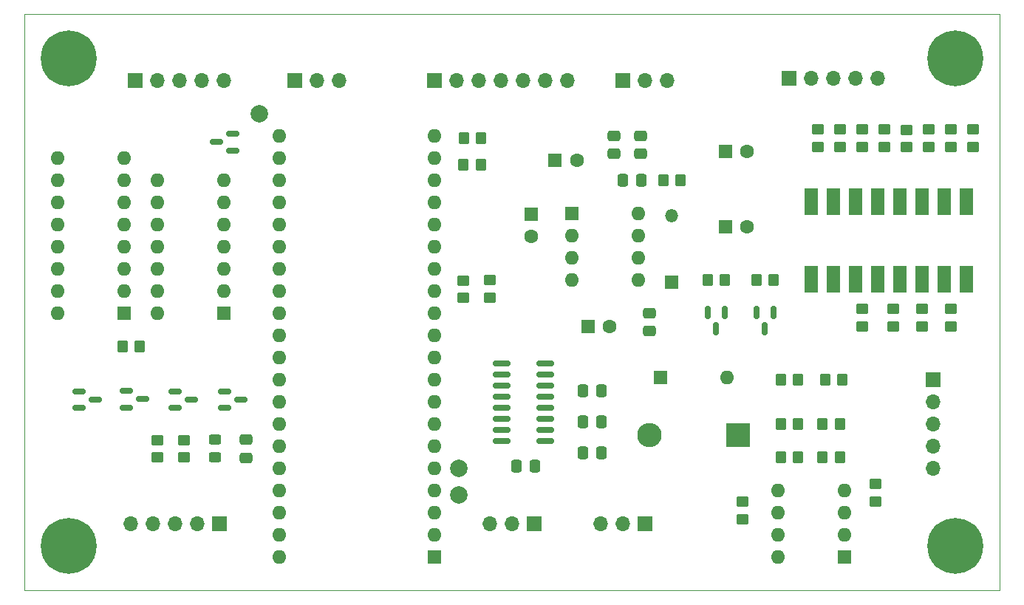
<source format=gts>
G04 #@! TF.GenerationSoftware,KiCad,Pcbnew,7.0.11+dfsg-1build4*
G04 #@! TF.CreationDate,2025-11-12T09:37:38+01:00*
G04 #@! TF.ProjectId,upp10A_pico,75707031-3041-45f7-9069-636f2e6b6963,rev?*
G04 #@! TF.SameCoordinates,Original*
G04 #@! TF.FileFunction,Soldermask,Top*
G04 #@! TF.FilePolarity,Negative*
%FSLAX46Y46*%
G04 Gerber Fmt 4.6, Leading zero omitted, Abs format (unit mm)*
G04 Created by KiCad (PCBNEW 7.0.11+dfsg-1build4) date 2025-11-12 09:37:38*
%MOMM*%
%LPD*%
G01*
G04 APERTURE LIST*
G04 Aperture macros list*
%AMRoundRect*
0 Rectangle with rounded corners*
0 $1 Rounding radius*
0 $2 $3 $4 $5 $6 $7 $8 $9 X,Y pos of 4 corners*
0 Add a 4 corners polygon primitive as box body*
4,1,4,$2,$3,$4,$5,$6,$7,$8,$9,$2,$3,0*
0 Add four circle primitives for the rounded corners*
1,1,$1+$1,$2,$3*
1,1,$1+$1,$4,$5*
1,1,$1+$1,$6,$7*
1,1,$1+$1,$8,$9*
0 Add four rect primitives between the rounded corners*
20,1,$1+$1,$2,$3,$4,$5,0*
20,1,$1+$1,$4,$5,$6,$7,0*
20,1,$1+$1,$6,$7,$8,$9,0*
20,1,$1+$1,$8,$9,$2,$3,0*%
G04 Aperture macros list end*
%ADD10C,2.000000*%
%ADD11R,1.600000X1.600000*%
%ADD12C,1.600000*%
%ADD13RoundRect,0.250000X0.450000X-0.350000X0.450000X0.350000X-0.450000X0.350000X-0.450000X-0.350000X0*%
%ADD14RoundRect,0.250000X-0.450000X0.350000X-0.450000X-0.350000X0.450000X-0.350000X0.450000X0.350000X0*%
%ADD15RoundRect,0.250000X-0.475000X0.337500X-0.475000X-0.337500X0.475000X-0.337500X0.475000X0.337500X0*%
%ADD16RoundRect,0.250000X0.350000X0.450000X-0.350000X0.450000X-0.350000X-0.450000X0.350000X-0.450000X0*%
%ADD17O,1.600000X1.600000*%
%ADD18RoundRect,0.250000X-0.350000X-0.450000X0.350000X-0.450000X0.350000X0.450000X-0.350000X0.450000X0*%
%ADD19RoundRect,0.150000X-0.587500X-0.150000X0.587500X-0.150000X0.587500X0.150000X-0.587500X0.150000X0*%
%ADD20RoundRect,0.250000X0.337500X0.475000X-0.337500X0.475000X-0.337500X-0.475000X0.337500X-0.475000X0*%
%ADD21C,6.400000*%
%ADD22R,1.600000X3.100000*%
%ADD23RoundRect,0.150000X0.825000X0.150000X-0.825000X0.150000X-0.825000X-0.150000X0.825000X-0.150000X0*%
%ADD24RoundRect,0.250000X0.475000X-0.337500X0.475000X0.337500X-0.475000X0.337500X-0.475000X-0.337500X0*%
%ADD25RoundRect,0.150000X-0.150000X0.587500X-0.150000X-0.587500X0.150000X-0.587500X0.150000X0.587500X0*%
%ADD26RoundRect,0.250000X-0.450000X0.325000X-0.450000X-0.325000X0.450000X-0.325000X0.450000X0.325000X0*%
%ADD27RoundRect,0.250000X-0.337500X-0.475000X0.337500X-0.475000X0.337500X0.475000X-0.337500X0.475000X0*%
%ADD28R,1.700000X1.700000*%
%ADD29O,1.700000X1.700000*%
%ADD30R,1.500000X1.500000*%
%ADD31O,1.500000X1.500000*%
%ADD32RoundRect,0.150000X0.587500X0.150000X-0.587500X0.150000X-0.587500X-0.150000X0.587500X-0.150000X0*%
%ADD33R,2.800000X2.800000*%
%ADD34O,2.800000X2.800000*%
G04 #@! TA.AperFunction,Profile*
%ADD35C,0.050000*%
G04 #@! TD*
G04 APERTURE END LIST*
D10*
X52324000Y-72390000D03*
D11*
X86193621Y-77724000D03*
D12*
X88693621Y-77724000D03*
D13*
X107696000Y-118856000D03*
X107696000Y-116856000D03*
D14*
X116332000Y-74184000D03*
X116332000Y-76184000D03*
D15*
X92964000Y-74898500D03*
X92964000Y-76973500D03*
D13*
X134112000Y-76184000D03*
X134112000Y-74184000D03*
D16*
X114030000Y-111760000D03*
X112030000Y-111760000D03*
X114030000Y-107950000D03*
X112030000Y-107950000D03*
D14*
X43688000Y-109760000D03*
X43688000Y-111760000D03*
D11*
X36820000Y-95235000D03*
D17*
X36820000Y-92695000D03*
X36820000Y-90155000D03*
X36820000Y-87615000D03*
X36820000Y-85075000D03*
X36820000Y-82535000D03*
X36820000Y-79995000D03*
X36820000Y-77455000D03*
X29200000Y-77455000D03*
X29200000Y-79995000D03*
X29200000Y-82535000D03*
X29200000Y-85075000D03*
X29200000Y-87615000D03*
X29200000Y-90155000D03*
X29200000Y-92695000D03*
X29200000Y-95235000D03*
D11*
X98298000Y-102616000D03*
D17*
X105918000Y-102616000D03*
D18*
X75692000Y-78232000D03*
X77692000Y-78232000D03*
X36592000Y-99060000D03*
X38592000Y-99060000D03*
D16*
X105648000Y-91440000D03*
X103648000Y-91440000D03*
D11*
X88148000Y-83820000D03*
D17*
X88148000Y-86360000D03*
X88148000Y-88900000D03*
X88148000Y-91440000D03*
X95768000Y-91440000D03*
X95768000Y-88900000D03*
X95768000Y-86360000D03*
X95768000Y-83820000D03*
D11*
X105704000Y-85344000D03*
D12*
X108204000Y-85344000D03*
D19*
X31653000Y-104206000D03*
X31653000Y-106106000D03*
X33528000Y-105156000D03*
D13*
X78740000Y-93456000D03*
X78740000Y-91456000D03*
D14*
X123952000Y-74184000D03*
X123952000Y-76184000D03*
D20*
X96055000Y-80000000D03*
X93980000Y-80000000D03*
D15*
X97028000Y-95207000D03*
X97028000Y-97282000D03*
D21*
X132080000Y-121920000D03*
D22*
X133350000Y-82423000D03*
X130810000Y-82423000D03*
X128270000Y-82423000D03*
X125730000Y-82423000D03*
X123190000Y-82423000D03*
X120650000Y-82423000D03*
X118110000Y-82423000D03*
X115570000Y-82423000D03*
X115570000Y-91313000D03*
X118110000Y-91313000D03*
X120650000Y-91313000D03*
X123190000Y-91313000D03*
X125730000Y-91313000D03*
X128270000Y-91313000D03*
X130810000Y-91313000D03*
X133350000Y-91313000D03*
D23*
X85025000Y-109855000D03*
X85025000Y-108585000D03*
X85025000Y-107315000D03*
X85025000Y-106045000D03*
X85025000Y-104775000D03*
X85025000Y-103505000D03*
X85025000Y-102235000D03*
X85025000Y-100965000D03*
X80075000Y-100965000D03*
X80075000Y-102235000D03*
X80075000Y-103505000D03*
X80075000Y-104775000D03*
X80075000Y-106045000D03*
X80075000Y-107315000D03*
X80075000Y-108585000D03*
X80075000Y-109855000D03*
D10*
X75184000Y-116078000D03*
D19*
X37084000Y-104140000D03*
X37084000Y-106040000D03*
X38959000Y-105090000D03*
D11*
X48260000Y-95250000D03*
D17*
X48260000Y-92710000D03*
X48260000Y-90170000D03*
X48260000Y-87630000D03*
X48260000Y-85090000D03*
X48260000Y-82550000D03*
X48260000Y-80010000D03*
X40640000Y-80010000D03*
X40640000Y-82550000D03*
X40640000Y-85090000D03*
X40640000Y-87630000D03*
X40640000Y-90170000D03*
X40640000Y-92710000D03*
X40640000Y-95250000D03*
D21*
X30480000Y-121920000D03*
D13*
X128270000Y-96742000D03*
X128270000Y-94742000D03*
D24*
X50800000Y-111803000D03*
X50800000Y-109728000D03*
D19*
X42672000Y-104206000D03*
X42672000Y-106106000D03*
X44547000Y-105156000D03*
D13*
X40640000Y-111760000D03*
X40640000Y-109760000D03*
D25*
X105598000Y-95153000D03*
X103698000Y-95153000D03*
X104648000Y-97028000D03*
D14*
X121412000Y-74184000D03*
X121412000Y-76184000D03*
X126492000Y-74200000D03*
X126492000Y-76200000D03*
D26*
X47244000Y-109735000D03*
X47244000Y-111785000D03*
D27*
X81766500Y-112776000D03*
X83841500Y-112776000D03*
D10*
X75184000Y-113030000D03*
D18*
X75708000Y-75184000D03*
X77708000Y-75184000D03*
X116840000Y-107950000D03*
X118840000Y-107950000D03*
D25*
X111186000Y-95153000D03*
X109286000Y-95153000D03*
X110236000Y-97028000D03*
D16*
X111236000Y-91440000D03*
X109236000Y-91440000D03*
D13*
X129032000Y-76184000D03*
X129032000Y-74184000D03*
D16*
X114030000Y-102870000D03*
X112030000Y-102870000D03*
D20*
X91461500Y-104140000D03*
X89386500Y-104140000D03*
D11*
X119370000Y-123180000D03*
D17*
X119370000Y-120640000D03*
X119370000Y-118100000D03*
X119370000Y-115560000D03*
X111750000Y-115560000D03*
X111750000Y-118100000D03*
X111750000Y-120640000D03*
X111750000Y-123180000D03*
D28*
X38100000Y-68580000D03*
D29*
X40640000Y-68580000D03*
X43180000Y-68580000D03*
X45720000Y-68580000D03*
X48260000Y-68580000D03*
D28*
X56388000Y-68580000D03*
D29*
X58928000Y-68580000D03*
X61468000Y-68580000D03*
D27*
X89386500Y-107717500D03*
X91461500Y-107717500D03*
D16*
X100584000Y-80000000D03*
X98584000Y-80000000D03*
D21*
X30480000Y-66040000D03*
D28*
X47720000Y-119380000D03*
D29*
X45180000Y-119380000D03*
X42640000Y-119380000D03*
X40100000Y-119380000D03*
X37560000Y-119380000D03*
D15*
X96012000Y-74898500D03*
X96012000Y-76973500D03*
D19*
X48338500Y-104206000D03*
X48338500Y-106106000D03*
X50213500Y-105156000D03*
D30*
X99568000Y-91684000D03*
D31*
X99568000Y-84064000D03*
D28*
X93980000Y-68580000D03*
D29*
X96520000Y-68580000D03*
X99060000Y-68580000D03*
D13*
X131572000Y-76184000D03*
X131572000Y-74184000D03*
X131572000Y-96742000D03*
X131572000Y-94742000D03*
D11*
X83439000Y-83907621D03*
D12*
X83439000Y-86407621D03*
D28*
X113030000Y-68310000D03*
D29*
X115570000Y-68310000D03*
X118110000Y-68310000D03*
X120650000Y-68310000D03*
X123190000Y-68310000D03*
D18*
X117110000Y-102870000D03*
X119110000Y-102870000D03*
D13*
X75692000Y-93472000D03*
X75692000Y-91472000D03*
D28*
X83820000Y-119380000D03*
D29*
X81280000Y-119380000D03*
X78740000Y-119380000D03*
D32*
X49276000Y-76576000D03*
X49276000Y-74676000D03*
X47401000Y-75626000D03*
D13*
X122936000Y-116824000D03*
X122936000Y-114824000D03*
D11*
X72390000Y-123190000D03*
D17*
X72390000Y-120650000D03*
X72390000Y-118110000D03*
X72390000Y-115570000D03*
X72390000Y-113030000D03*
X72390000Y-110490000D03*
X72390000Y-107950000D03*
X72390000Y-105410000D03*
X72390000Y-102870000D03*
X72390000Y-100330000D03*
X72390000Y-97790000D03*
X72390000Y-95250000D03*
X72390000Y-92710000D03*
X72390000Y-90170000D03*
X72390000Y-87630000D03*
X72390000Y-85090000D03*
X72390000Y-82550000D03*
X72390000Y-80010000D03*
X72390000Y-77470000D03*
X72390000Y-74930000D03*
X54610000Y-74930000D03*
X54610000Y-77470000D03*
X54610000Y-80010000D03*
X54610000Y-82550000D03*
X54610000Y-85090000D03*
X54610000Y-87630000D03*
X54610000Y-90170000D03*
X54610000Y-92710000D03*
X54610000Y-95250000D03*
X54610000Y-97790000D03*
X54610000Y-100330000D03*
X54610000Y-102870000D03*
X54610000Y-105410000D03*
X54610000Y-107950000D03*
X54610000Y-110490000D03*
X54610000Y-113030000D03*
X54610000Y-115570000D03*
X54610000Y-118110000D03*
X54610000Y-120650000D03*
X54610000Y-123190000D03*
D13*
X124968000Y-96742000D03*
X124968000Y-94742000D03*
D28*
X96535000Y-119380000D03*
D29*
X93995000Y-119380000D03*
X91455000Y-119380000D03*
D18*
X116840000Y-111760000D03*
X118840000Y-111760000D03*
D13*
X121412000Y-96742000D03*
X121412000Y-94742000D03*
X118872000Y-76184000D03*
X118872000Y-74184000D03*
D28*
X72385000Y-68580000D03*
D29*
X74925000Y-68580000D03*
X77465000Y-68580000D03*
X80005000Y-68580000D03*
X82545000Y-68580000D03*
X85085000Y-68580000D03*
X87625000Y-68580000D03*
D11*
X105704000Y-76708000D03*
D12*
X108204000Y-76708000D03*
D11*
X89956000Y-96764000D03*
D12*
X92456000Y-96764000D03*
D33*
X107188000Y-109220000D03*
D34*
X97028000Y-109220000D03*
D28*
X129540000Y-102870000D03*
D29*
X129540000Y-105410000D03*
X129540000Y-107950000D03*
X129540000Y-110490000D03*
X129540000Y-113030000D03*
D27*
X89386500Y-111252000D03*
X91461500Y-111252000D03*
D21*
X132080000Y-66040000D03*
D35*
X25400000Y-127000000D02*
X137160000Y-127000000D01*
X25400000Y-60960000D02*
X25400000Y-127000000D01*
X137160000Y-60960000D02*
X25400000Y-60960000D01*
X137160000Y-127000000D02*
X137160000Y-60960000D01*
M02*

</source>
